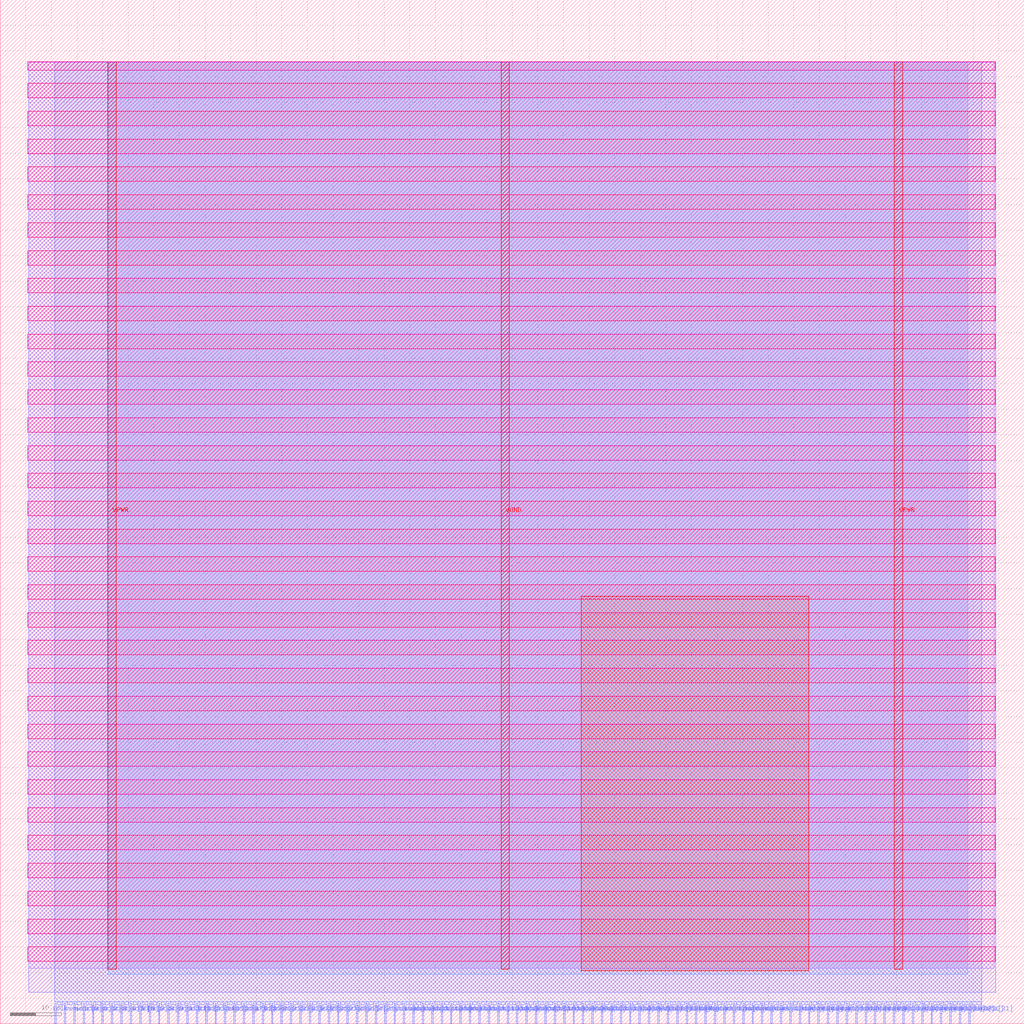
<source format=lef>
VERSION 5.7 ;
  NOWIREEXTENSIONATPIN ON ;
  DIVIDERCHAR "/" ;
  BUSBITCHARS "[]" ;
MACRO cache
  CLASS BLOCK ;
  FOREIGN cache ;
  ORIGIN 0.000 0.000 ;
  SIZE 200.000 BY 200.000 ;
  PIN VGND
    DIRECTION INOUT ;
    USE GROUND ;
    PORT
      LAYER met4 ;
        RECT 97.840 10.640 99.440 187.920 ;
    END
  END VGND
  PIN VPWR
    DIRECTION INOUT ;
    USE POWER ;
    PORT
      LAYER met4 ;
        RECT 21.040 10.640 22.640 187.920 ;
    END
    PORT
      LAYER met4 ;
        RECT 174.640 10.640 176.240 187.920 ;
    END
  END VPWR
  PIN addr[0]
    DIRECTION INPUT ;
    USE SIGNAL ;
    ANTENNAGATEAREA 0.159000 ;
    PORT
      LAYER met2 ;
        RECT 14.350 0.000 14.630 4.000 ;
    END
  END addr[0]
  PIN addr[10]
    DIRECTION INPUT ;
    USE SIGNAL ;
    ANTENNAGATEAREA 0.196500 ;
    PORT
      LAYER met2 ;
        RECT 32.750 0.000 33.030 4.000 ;
    END
  END addr[10]
  PIN addr[11]
    DIRECTION INPUT ;
    USE SIGNAL ;
    ANTENNAGATEAREA 0.196500 ;
    PORT
      LAYER met2 ;
        RECT 34.590 0.000 34.870 4.000 ;
    END
  END addr[11]
  PIN addr[12]
    DIRECTION INPUT ;
    USE SIGNAL ;
    ANTENNAGATEAREA 0.196500 ;
    PORT
      LAYER met2 ;
        RECT 36.430 0.000 36.710 4.000 ;
    END
  END addr[12]
  PIN addr[13]
    DIRECTION INPUT ;
    USE SIGNAL ;
    ANTENNAGATEAREA 0.196500 ;
    PORT
      LAYER met2 ;
        RECT 38.270 0.000 38.550 4.000 ;
    END
  END addr[13]
  PIN addr[14]
    DIRECTION INPUT ;
    USE SIGNAL ;
    ANTENNAGATEAREA 0.196500 ;
    PORT
      LAYER met2 ;
        RECT 40.110 0.000 40.390 4.000 ;
    END
  END addr[14]
  PIN addr[15]
    DIRECTION INPUT ;
    USE SIGNAL ;
    ANTENNAGATEAREA 0.196500 ;
    PORT
      LAYER met2 ;
        RECT 41.950 0.000 42.230 4.000 ;
    END
  END addr[15]
  PIN addr[16]
    DIRECTION INPUT ;
    USE SIGNAL ;
    ANTENNAGATEAREA 0.196500 ;
    PORT
      LAYER met2 ;
        RECT 43.790 0.000 44.070 4.000 ;
    END
  END addr[16]
  PIN addr[17]
    DIRECTION INPUT ;
    USE SIGNAL ;
    ANTENNAGATEAREA 0.196500 ;
    PORT
      LAYER met2 ;
        RECT 45.630 0.000 45.910 4.000 ;
    END
  END addr[17]
  PIN addr[18]
    DIRECTION INPUT ;
    USE SIGNAL ;
    ANTENNAGATEAREA 0.196500 ;
    PORT
      LAYER met2 ;
        RECT 47.470 0.000 47.750 4.000 ;
    END
  END addr[18]
  PIN addr[19]
    DIRECTION INPUT ;
    USE SIGNAL ;
    ANTENNAGATEAREA 0.196500 ;
    PORT
      LAYER met2 ;
        RECT 49.310 0.000 49.590 4.000 ;
    END
  END addr[19]
  PIN addr[1]
    DIRECTION INPUT ;
    USE SIGNAL ;
    ANTENNAGATEAREA 0.196500 ;
    PORT
      LAYER met2 ;
        RECT 16.190 0.000 16.470 4.000 ;
    END
  END addr[1]
  PIN addr[20]
    DIRECTION INPUT ;
    USE SIGNAL ;
    ANTENNAGATEAREA 0.196500 ;
    PORT
      LAYER met2 ;
        RECT 51.150 0.000 51.430 4.000 ;
    END
  END addr[20]
  PIN addr[21]
    DIRECTION INPUT ;
    USE SIGNAL ;
    ANTENNAGATEAREA 0.196500 ;
    PORT
      LAYER met2 ;
        RECT 52.990 0.000 53.270 4.000 ;
    END
  END addr[21]
  PIN addr[22]
    DIRECTION INPUT ;
    USE SIGNAL ;
    ANTENNAGATEAREA 0.196500 ;
    PORT
      LAYER met2 ;
        RECT 54.830 0.000 55.110 4.000 ;
    END
  END addr[22]
  PIN addr[23]
    DIRECTION INPUT ;
    USE SIGNAL ;
    ANTENNAGATEAREA 0.196500 ;
    PORT
      LAYER met2 ;
        RECT 56.670 0.000 56.950 4.000 ;
    END
  END addr[23]
  PIN addr[24]
    DIRECTION INPUT ;
    USE SIGNAL ;
    ANTENNAGATEAREA 0.196500 ;
    PORT
      LAYER met2 ;
        RECT 58.510 0.000 58.790 4.000 ;
    END
  END addr[24]
  PIN addr[25]
    DIRECTION INPUT ;
    USE SIGNAL ;
    ANTENNAGATEAREA 0.196500 ;
    PORT
      LAYER met2 ;
        RECT 60.350 0.000 60.630 4.000 ;
    END
  END addr[25]
  PIN addr[26]
    DIRECTION INPUT ;
    USE SIGNAL ;
    ANTENNAGATEAREA 0.196500 ;
    PORT
      LAYER met2 ;
        RECT 62.190 0.000 62.470 4.000 ;
    END
  END addr[26]
  PIN addr[27]
    DIRECTION INPUT ;
    USE SIGNAL ;
    ANTENNAGATEAREA 0.196500 ;
    PORT
      LAYER met2 ;
        RECT 64.030 0.000 64.310 4.000 ;
    END
  END addr[27]
  PIN addr[28]
    DIRECTION INPUT ;
    USE SIGNAL ;
    ANTENNAGATEAREA 0.196500 ;
    PORT
      LAYER met2 ;
        RECT 65.870 0.000 66.150 4.000 ;
    END
  END addr[28]
  PIN addr[29]
    DIRECTION INPUT ;
    USE SIGNAL ;
    ANTENNAGATEAREA 0.196500 ;
    PORT
      LAYER met2 ;
        RECT 67.710 0.000 67.990 4.000 ;
    END
  END addr[29]
  PIN addr[2]
    DIRECTION INPUT ;
    USE SIGNAL ;
    ANTENNAGATEAREA 0.196500 ;
    PORT
      LAYER met2 ;
        RECT 18.030 0.000 18.310 4.000 ;
    END
  END addr[2]
  PIN addr[30]
    DIRECTION INPUT ;
    USE SIGNAL ;
    ANTENNAGATEAREA 0.196500 ;
    PORT
      LAYER met2 ;
        RECT 69.550 0.000 69.830 4.000 ;
    END
  END addr[30]
  PIN addr[31]
    DIRECTION INPUT ;
    USE SIGNAL ;
    ANTENNAGATEAREA 0.196500 ;
    PORT
      LAYER met2 ;
        RECT 71.390 0.000 71.670 4.000 ;
    END
  END addr[31]
  PIN addr[3]
    DIRECTION INPUT ;
    USE SIGNAL ;
    ANTENNAGATEAREA 0.196500 ;
    PORT
      LAYER met2 ;
        RECT 19.870 0.000 20.150 4.000 ;
    END
  END addr[3]
  PIN addr[4]
    DIRECTION INPUT ;
    USE SIGNAL ;
    ANTENNAGATEAREA 0.196500 ;
    PORT
      LAYER met2 ;
        RECT 21.710 0.000 21.990 4.000 ;
    END
  END addr[4]
  PIN addr[5]
    DIRECTION INPUT ;
    USE SIGNAL ;
    ANTENNAGATEAREA 0.196500 ;
    PORT
      LAYER met2 ;
        RECT 23.550 0.000 23.830 4.000 ;
    END
  END addr[5]
  PIN addr[6]
    DIRECTION INPUT ;
    USE SIGNAL ;
    ANTENNAGATEAREA 0.196500 ;
    PORT
      LAYER met2 ;
        RECT 25.390 0.000 25.670 4.000 ;
    END
  END addr[6]
  PIN addr[7]
    DIRECTION INPUT ;
    USE SIGNAL ;
    ANTENNAGATEAREA 0.196500 ;
    PORT
      LAYER met2 ;
        RECT 27.230 0.000 27.510 4.000 ;
    END
  END addr[7]
  PIN addr[8]
    DIRECTION INPUT ;
    USE SIGNAL ;
    ANTENNAGATEAREA 0.196500 ;
    PORT
      LAYER met2 ;
        RECT 29.070 0.000 29.350 4.000 ;
    END
  END addr[8]
  PIN addr[9]
    DIRECTION INPUT ;
    USE SIGNAL ;
    ANTENNAGATEAREA 0.196500 ;
    PORT
      LAYER met2 ;
        RECT 30.910 0.000 31.190 4.000 ;
    END
  END addr[9]
  PIN clk
    DIRECTION INPUT ;
    USE SIGNAL ;
    ANTENNAGATEAREA 0.852000 ;
    PORT
      LAYER met2 ;
        RECT 10.670 0.000 10.950 4.000 ;
    END
  END clk
  PIN memdata[0]
    DIRECTION OUTPUT TRISTATE ;
    USE SIGNAL ;
    ANTENNADIFFAREA 0.795200 ;
    PORT
      LAYER met2 ;
        RECT 132.110 0.000 132.390 4.000 ;
    END
  END memdata[0]
  PIN memdata[10]
    DIRECTION OUTPUT TRISTATE ;
    USE SIGNAL ;
    ANTENNADIFFAREA 0.795200 ;
    PORT
      LAYER met2 ;
        RECT 150.510 0.000 150.790 4.000 ;
    END
  END memdata[10]
  PIN memdata[11]
    DIRECTION OUTPUT TRISTATE ;
    USE SIGNAL ;
    ANTENNADIFFAREA 0.795200 ;
    PORT
      LAYER met2 ;
        RECT 152.350 0.000 152.630 4.000 ;
    END
  END memdata[11]
  PIN memdata[12]
    DIRECTION OUTPUT TRISTATE ;
    USE SIGNAL ;
    ANTENNADIFFAREA 0.795200 ;
    PORT
      LAYER met2 ;
        RECT 154.190 0.000 154.470 4.000 ;
    END
  END memdata[12]
  PIN memdata[13]
    DIRECTION OUTPUT TRISTATE ;
    USE SIGNAL ;
    ANTENNADIFFAREA 0.795200 ;
    PORT
      LAYER met2 ;
        RECT 156.030 0.000 156.310 4.000 ;
    END
  END memdata[13]
  PIN memdata[14]
    DIRECTION OUTPUT TRISTATE ;
    USE SIGNAL ;
    ANTENNADIFFAREA 0.795200 ;
    PORT
      LAYER met2 ;
        RECT 157.870 0.000 158.150 4.000 ;
    END
  END memdata[14]
  PIN memdata[15]
    DIRECTION OUTPUT TRISTATE ;
    USE SIGNAL ;
    ANTENNADIFFAREA 0.795200 ;
    PORT
      LAYER met2 ;
        RECT 159.710 0.000 159.990 4.000 ;
    END
  END memdata[15]
  PIN memdata[16]
    DIRECTION OUTPUT TRISTATE ;
    USE SIGNAL ;
    ANTENNADIFFAREA 0.795200 ;
    PORT
      LAYER met2 ;
        RECT 161.550 0.000 161.830 4.000 ;
    END
  END memdata[16]
  PIN memdata[17]
    DIRECTION OUTPUT TRISTATE ;
    USE SIGNAL ;
    ANTENNADIFFAREA 0.795200 ;
    PORT
      LAYER met2 ;
        RECT 163.390 0.000 163.670 4.000 ;
    END
  END memdata[17]
  PIN memdata[18]
    DIRECTION OUTPUT TRISTATE ;
    USE SIGNAL ;
    ANTENNADIFFAREA 0.795200 ;
    PORT
      LAYER met2 ;
        RECT 165.230 0.000 165.510 4.000 ;
    END
  END memdata[18]
  PIN memdata[19]
    DIRECTION OUTPUT TRISTATE ;
    USE SIGNAL ;
    ANTENNADIFFAREA 0.795200 ;
    PORT
      LAYER met2 ;
        RECT 167.070 0.000 167.350 4.000 ;
    END
  END memdata[19]
  PIN memdata[1]
    DIRECTION OUTPUT TRISTATE ;
    USE SIGNAL ;
    ANTENNADIFFAREA 0.795200 ;
    PORT
      LAYER met2 ;
        RECT 133.950 0.000 134.230 4.000 ;
    END
  END memdata[1]
  PIN memdata[20]
    DIRECTION OUTPUT TRISTATE ;
    USE SIGNAL ;
    ANTENNADIFFAREA 0.795200 ;
    PORT
      LAYER met2 ;
        RECT 168.910 0.000 169.190 4.000 ;
    END
  END memdata[20]
  PIN memdata[21]
    DIRECTION OUTPUT TRISTATE ;
    USE SIGNAL ;
    ANTENNADIFFAREA 0.795200 ;
    PORT
      LAYER met2 ;
        RECT 170.750 0.000 171.030 4.000 ;
    END
  END memdata[21]
  PIN memdata[22]
    DIRECTION OUTPUT TRISTATE ;
    USE SIGNAL ;
    ANTENNADIFFAREA 0.795200 ;
    PORT
      LAYER met2 ;
        RECT 172.590 0.000 172.870 4.000 ;
    END
  END memdata[22]
  PIN memdata[23]
    DIRECTION OUTPUT TRISTATE ;
    USE SIGNAL ;
    ANTENNADIFFAREA 0.795200 ;
    PORT
      LAYER met2 ;
        RECT 174.430 0.000 174.710 4.000 ;
    END
  END memdata[23]
  PIN memdata[24]
    DIRECTION OUTPUT TRISTATE ;
    USE SIGNAL ;
    ANTENNADIFFAREA 0.795200 ;
    PORT
      LAYER met2 ;
        RECT 176.270 0.000 176.550 4.000 ;
    END
  END memdata[24]
  PIN memdata[25]
    DIRECTION OUTPUT TRISTATE ;
    USE SIGNAL ;
    ANTENNADIFFAREA 0.795200 ;
    PORT
      LAYER met2 ;
        RECT 178.110 0.000 178.390 4.000 ;
    END
  END memdata[25]
  PIN memdata[26]
    DIRECTION OUTPUT TRISTATE ;
    USE SIGNAL ;
    ANTENNADIFFAREA 0.795200 ;
    PORT
      LAYER met2 ;
        RECT 179.950 0.000 180.230 4.000 ;
    END
  END memdata[26]
  PIN memdata[27]
    DIRECTION OUTPUT TRISTATE ;
    USE SIGNAL ;
    ANTENNADIFFAREA 0.795200 ;
    PORT
      LAYER met2 ;
        RECT 181.790 0.000 182.070 4.000 ;
    END
  END memdata[27]
  PIN memdata[28]
    DIRECTION OUTPUT TRISTATE ;
    USE SIGNAL ;
    ANTENNADIFFAREA 0.795200 ;
    PORT
      LAYER met2 ;
        RECT 183.630 0.000 183.910 4.000 ;
    END
  END memdata[28]
  PIN memdata[29]
    DIRECTION OUTPUT TRISTATE ;
    USE SIGNAL ;
    ANTENNADIFFAREA 0.795200 ;
    PORT
      LAYER met2 ;
        RECT 185.470 0.000 185.750 4.000 ;
    END
  END memdata[29]
  PIN memdata[2]
    DIRECTION OUTPUT TRISTATE ;
    USE SIGNAL ;
    ANTENNADIFFAREA 0.795200 ;
    PORT
      LAYER met2 ;
        RECT 135.790 0.000 136.070 4.000 ;
    END
  END memdata[2]
  PIN memdata[30]
    DIRECTION OUTPUT TRISTATE ;
    USE SIGNAL ;
    ANTENNADIFFAREA 0.795200 ;
    PORT
      LAYER met2 ;
        RECT 187.310 0.000 187.590 4.000 ;
    END
  END memdata[30]
  PIN memdata[31]
    DIRECTION OUTPUT TRISTATE ;
    USE SIGNAL ;
    ANTENNADIFFAREA 0.795200 ;
    PORT
      LAYER met2 ;
        RECT 189.150 0.000 189.430 4.000 ;
    END
  END memdata[31]
  PIN memdata[3]
    DIRECTION OUTPUT TRISTATE ;
    USE SIGNAL ;
    ANTENNADIFFAREA 0.795200 ;
    PORT
      LAYER met2 ;
        RECT 137.630 0.000 137.910 4.000 ;
    END
  END memdata[3]
  PIN memdata[4]
    DIRECTION OUTPUT TRISTATE ;
    USE SIGNAL ;
    ANTENNADIFFAREA 0.795200 ;
    PORT
      LAYER met2 ;
        RECT 139.470 0.000 139.750 4.000 ;
    END
  END memdata[4]
  PIN memdata[5]
    DIRECTION OUTPUT TRISTATE ;
    USE SIGNAL ;
    ANTENNADIFFAREA 0.795200 ;
    PORT
      LAYER met2 ;
        RECT 141.310 0.000 141.590 4.000 ;
    END
  END memdata[5]
  PIN memdata[6]
    DIRECTION OUTPUT TRISTATE ;
    USE SIGNAL ;
    ANTENNADIFFAREA 0.795200 ;
    PORT
      LAYER met2 ;
        RECT 143.150 0.000 143.430 4.000 ;
    END
  END memdata[6]
  PIN memdata[7]
    DIRECTION OUTPUT TRISTATE ;
    USE SIGNAL ;
    ANTENNADIFFAREA 0.795200 ;
    PORT
      LAYER met2 ;
        RECT 144.990 0.000 145.270 4.000 ;
    END
  END memdata[7]
  PIN memdata[8]
    DIRECTION OUTPUT TRISTATE ;
    USE SIGNAL ;
    ANTENNADIFFAREA 0.795200 ;
    PORT
      LAYER met2 ;
        RECT 146.830 0.000 147.110 4.000 ;
    END
  END memdata[8]
  PIN memdata[9]
    DIRECTION OUTPUT TRISTATE ;
    USE SIGNAL ;
    ANTENNADIFFAREA 0.795200 ;
    PORT
      LAYER met2 ;
        RECT 148.670 0.000 148.950 4.000 ;
    END
  END memdata[9]
  PIN memwrite
    DIRECTION INPUT ;
    USE SIGNAL ;
    ANTENNAGATEAREA 0.196500 ;
    PORT
      LAYER met2 ;
        RECT 12.510 0.000 12.790 4.000 ;
    END
  END memwrite
  PIN writedata[0]
    DIRECTION INPUT ;
    USE SIGNAL ;
    ANTENNAGATEAREA 0.196500 ;
    PORT
      LAYER met2 ;
        RECT 73.230 0.000 73.510 4.000 ;
    END
  END writedata[0]
  PIN writedata[10]
    DIRECTION INPUT ;
    USE SIGNAL ;
    ANTENNAGATEAREA 0.196500 ;
    PORT
      LAYER met2 ;
        RECT 91.630 0.000 91.910 4.000 ;
    END
  END writedata[10]
  PIN writedata[11]
    DIRECTION INPUT ;
    USE SIGNAL ;
    ANTENNAGATEAREA 0.196500 ;
    PORT
      LAYER met2 ;
        RECT 93.470 0.000 93.750 4.000 ;
    END
  END writedata[11]
  PIN writedata[12]
    DIRECTION INPUT ;
    USE SIGNAL ;
    ANTENNAGATEAREA 0.196500 ;
    PORT
      LAYER met2 ;
        RECT 95.310 0.000 95.590 4.000 ;
    END
  END writedata[12]
  PIN writedata[13]
    DIRECTION INPUT ;
    USE SIGNAL ;
    ANTENNAGATEAREA 0.196500 ;
    PORT
      LAYER met2 ;
        RECT 97.150 0.000 97.430 4.000 ;
    END
  END writedata[13]
  PIN writedata[14]
    DIRECTION INPUT ;
    USE SIGNAL ;
    ANTENNAGATEAREA 0.196500 ;
    PORT
      LAYER met2 ;
        RECT 98.990 0.000 99.270 4.000 ;
    END
  END writedata[14]
  PIN writedata[15]
    DIRECTION INPUT ;
    USE SIGNAL ;
    ANTENNAGATEAREA 0.196500 ;
    PORT
      LAYER met2 ;
        RECT 100.830 0.000 101.110 4.000 ;
    END
  END writedata[15]
  PIN writedata[16]
    DIRECTION INPUT ;
    USE SIGNAL ;
    ANTENNAGATEAREA 0.196500 ;
    PORT
      LAYER met2 ;
        RECT 102.670 0.000 102.950 4.000 ;
    END
  END writedata[16]
  PIN writedata[17]
    DIRECTION INPUT ;
    USE SIGNAL ;
    ANTENNAGATEAREA 0.196500 ;
    PORT
      LAYER met2 ;
        RECT 104.510 0.000 104.790 4.000 ;
    END
  END writedata[17]
  PIN writedata[18]
    DIRECTION INPUT ;
    USE SIGNAL ;
    ANTENNAGATEAREA 0.196500 ;
    PORT
      LAYER met2 ;
        RECT 106.350 0.000 106.630 4.000 ;
    END
  END writedata[18]
  PIN writedata[19]
    DIRECTION INPUT ;
    USE SIGNAL ;
    ANTENNAGATEAREA 0.196500 ;
    PORT
      LAYER met2 ;
        RECT 108.190 0.000 108.470 4.000 ;
    END
  END writedata[19]
  PIN writedata[1]
    DIRECTION INPUT ;
    USE SIGNAL ;
    ANTENNAGATEAREA 0.196500 ;
    PORT
      LAYER met2 ;
        RECT 75.070 0.000 75.350 4.000 ;
    END
  END writedata[1]
  PIN writedata[20]
    DIRECTION INPUT ;
    USE SIGNAL ;
    ANTENNAGATEAREA 0.196500 ;
    PORT
      LAYER met2 ;
        RECT 110.030 0.000 110.310 4.000 ;
    END
  END writedata[20]
  PIN writedata[21]
    DIRECTION INPUT ;
    USE SIGNAL ;
    ANTENNAGATEAREA 0.196500 ;
    PORT
      LAYER met2 ;
        RECT 111.870 0.000 112.150 4.000 ;
    END
  END writedata[21]
  PIN writedata[22]
    DIRECTION INPUT ;
    USE SIGNAL ;
    ANTENNAGATEAREA 0.196500 ;
    PORT
      LAYER met2 ;
        RECT 113.710 0.000 113.990 4.000 ;
    END
  END writedata[22]
  PIN writedata[23]
    DIRECTION INPUT ;
    USE SIGNAL ;
    ANTENNAGATEAREA 0.196500 ;
    PORT
      LAYER met2 ;
        RECT 115.550 0.000 115.830 4.000 ;
    END
  END writedata[23]
  PIN writedata[24]
    DIRECTION INPUT ;
    USE SIGNAL ;
    ANTENNAGATEAREA 0.196500 ;
    PORT
      LAYER met2 ;
        RECT 117.390 0.000 117.670 4.000 ;
    END
  END writedata[24]
  PIN writedata[25]
    DIRECTION INPUT ;
    USE SIGNAL ;
    ANTENNAGATEAREA 0.196500 ;
    PORT
      LAYER met2 ;
        RECT 119.230 0.000 119.510 4.000 ;
    END
  END writedata[25]
  PIN writedata[26]
    DIRECTION INPUT ;
    USE SIGNAL ;
    ANTENNAGATEAREA 0.196500 ;
    PORT
      LAYER met2 ;
        RECT 121.070 0.000 121.350 4.000 ;
    END
  END writedata[26]
  PIN writedata[27]
    DIRECTION INPUT ;
    USE SIGNAL ;
    ANTENNAGATEAREA 0.196500 ;
    PORT
      LAYER met2 ;
        RECT 122.910 0.000 123.190 4.000 ;
    END
  END writedata[27]
  PIN writedata[28]
    DIRECTION INPUT ;
    USE SIGNAL ;
    ANTENNAGATEAREA 0.196500 ;
    PORT
      LAYER met2 ;
        RECT 124.750 0.000 125.030 4.000 ;
    END
  END writedata[28]
  PIN writedata[29]
    DIRECTION INPUT ;
    USE SIGNAL ;
    ANTENNAGATEAREA 0.196500 ;
    PORT
      LAYER met2 ;
        RECT 126.590 0.000 126.870 4.000 ;
    END
  END writedata[29]
  PIN writedata[2]
    DIRECTION INPUT ;
    USE SIGNAL ;
    ANTENNAGATEAREA 0.196500 ;
    PORT
      LAYER met2 ;
        RECT 76.910 0.000 77.190 4.000 ;
    END
  END writedata[2]
  PIN writedata[30]
    DIRECTION INPUT ;
    USE SIGNAL ;
    ANTENNAGATEAREA 0.196500 ;
    PORT
      LAYER met2 ;
        RECT 128.430 0.000 128.710 4.000 ;
    END
  END writedata[30]
  PIN writedata[31]
    DIRECTION INPUT ;
    USE SIGNAL ;
    ANTENNAGATEAREA 0.196500 ;
    PORT
      LAYER met2 ;
        RECT 130.270 0.000 130.550 4.000 ;
    END
  END writedata[31]
  PIN writedata[3]
    DIRECTION INPUT ;
    USE SIGNAL ;
    ANTENNAGATEAREA 0.196500 ;
    PORT
      LAYER met2 ;
        RECT 78.750 0.000 79.030 4.000 ;
    END
  END writedata[3]
  PIN writedata[4]
    DIRECTION INPUT ;
    USE SIGNAL ;
    ANTENNAGATEAREA 0.196500 ;
    PORT
      LAYER met2 ;
        RECT 80.590 0.000 80.870 4.000 ;
    END
  END writedata[4]
  PIN writedata[5]
    DIRECTION INPUT ;
    USE SIGNAL ;
    ANTENNAGATEAREA 0.196500 ;
    PORT
      LAYER met2 ;
        RECT 82.430 0.000 82.710 4.000 ;
    END
  END writedata[5]
  PIN writedata[6]
    DIRECTION INPUT ;
    USE SIGNAL ;
    ANTENNAGATEAREA 0.196500 ;
    PORT
      LAYER met2 ;
        RECT 84.270 0.000 84.550 4.000 ;
    END
  END writedata[6]
  PIN writedata[7]
    DIRECTION INPUT ;
    USE SIGNAL ;
    ANTENNAGATEAREA 0.196500 ;
    PORT
      LAYER met2 ;
        RECT 86.110 0.000 86.390 4.000 ;
    END
  END writedata[7]
  PIN writedata[8]
    DIRECTION INPUT ;
    USE SIGNAL ;
    ANTENNAGATEAREA 0.196500 ;
    PORT
      LAYER met2 ;
        RECT 87.950 0.000 88.230 4.000 ;
    END
  END writedata[8]
  PIN writedata[9]
    DIRECTION INPUT ;
    USE SIGNAL ;
    ANTENNAGATEAREA 0.196500 ;
    PORT
      LAYER met2 ;
        RECT 89.790 0.000 90.070 4.000 ;
    END
  END writedata[9]
  OBS
      LAYER nwell ;
        RECT 5.330 186.265 194.310 187.870 ;
        RECT 5.330 180.825 194.310 183.655 ;
        RECT 5.330 175.385 194.310 178.215 ;
        RECT 5.330 169.945 194.310 172.775 ;
        RECT 5.330 164.505 194.310 167.335 ;
        RECT 5.330 159.065 194.310 161.895 ;
        RECT 5.330 153.625 194.310 156.455 ;
        RECT 5.330 148.185 194.310 151.015 ;
        RECT 5.330 142.745 194.310 145.575 ;
        RECT 5.330 137.305 194.310 140.135 ;
        RECT 5.330 131.865 194.310 134.695 ;
        RECT 5.330 126.425 194.310 129.255 ;
        RECT 5.330 120.985 194.310 123.815 ;
        RECT 5.330 115.545 194.310 118.375 ;
        RECT 5.330 110.105 194.310 112.935 ;
        RECT 5.330 104.665 194.310 107.495 ;
        RECT 5.330 99.225 194.310 102.055 ;
        RECT 5.330 93.785 194.310 96.615 ;
        RECT 5.330 88.345 194.310 91.175 ;
        RECT 5.330 82.905 194.310 85.735 ;
        RECT 5.330 77.465 194.310 80.295 ;
        RECT 5.330 72.025 194.310 74.855 ;
        RECT 5.330 66.585 194.310 69.415 ;
        RECT 5.330 61.145 194.310 63.975 ;
        RECT 5.330 55.705 194.310 58.535 ;
        RECT 5.330 50.265 194.310 53.095 ;
        RECT 5.330 44.825 194.310 47.655 ;
        RECT 5.330 39.385 194.310 42.215 ;
        RECT 5.330 33.945 194.310 36.775 ;
        RECT 5.330 28.505 194.310 31.335 ;
        RECT 5.330 23.065 194.310 25.895 ;
        RECT 5.330 17.625 194.310 20.455 ;
        RECT 5.330 12.185 194.310 15.015 ;
      LAYER li1 ;
        RECT 5.520 10.795 194.120 187.765 ;
      LAYER met1 ;
        RECT 5.520 6.160 194.420 187.920 ;
      LAYER met2 ;
        RECT 10.680 4.280 191.720 187.865 ;
        RECT 11.230 3.670 12.230 4.280 ;
        RECT 13.070 3.670 14.070 4.280 ;
        RECT 14.910 3.670 15.910 4.280 ;
        RECT 16.750 3.670 17.750 4.280 ;
        RECT 18.590 3.670 19.590 4.280 ;
        RECT 20.430 3.670 21.430 4.280 ;
        RECT 22.270 3.670 23.270 4.280 ;
        RECT 24.110 3.670 25.110 4.280 ;
        RECT 25.950 3.670 26.950 4.280 ;
        RECT 27.790 3.670 28.790 4.280 ;
        RECT 29.630 3.670 30.630 4.280 ;
        RECT 31.470 3.670 32.470 4.280 ;
        RECT 33.310 3.670 34.310 4.280 ;
        RECT 35.150 3.670 36.150 4.280 ;
        RECT 36.990 3.670 37.990 4.280 ;
        RECT 38.830 3.670 39.830 4.280 ;
        RECT 40.670 3.670 41.670 4.280 ;
        RECT 42.510 3.670 43.510 4.280 ;
        RECT 44.350 3.670 45.350 4.280 ;
        RECT 46.190 3.670 47.190 4.280 ;
        RECT 48.030 3.670 49.030 4.280 ;
        RECT 49.870 3.670 50.870 4.280 ;
        RECT 51.710 3.670 52.710 4.280 ;
        RECT 53.550 3.670 54.550 4.280 ;
        RECT 55.390 3.670 56.390 4.280 ;
        RECT 57.230 3.670 58.230 4.280 ;
        RECT 59.070 3.670 60.070 4.280 ;
        RECT 60.910 3.670 61.910 4.280 ;
        RECT 62.750 3.670 63.750 4.280 ;
        RECT 64.590 3.670 65.590 4.280 ;
        RECT 66.430 3.670 67.430 4.280 ;
        RECT 68.270 3.670 69.270 4.280 ;
        RECT 70.110 3.670 71.110 4.280 ;
        RECT 71.950 3.670 72.950 4.280 ;
        RECT 73.790 3.670 74.790 4.280 ;
        RECT 75.630 3.670 76.630 4.280 ;
        RECT 77.470 3.670 78.470 4.280 ;
        RECT 79.310 3.670 80.310 4.280 ;
        RECT 81.150 3.670 82.150 4.280 ;
        RECT 82.990 3.670 83.990 4.280 ;
        RECT 84.830 3.670 85.830 4.280 ;
        RECT 86.670 3.670 87.670 4.280 ;
        RECT 88.510 3.670 89.510 4.280 ;
        RECT 90.350 3.670 91.350 4.280 ;
        RECT 92.190 3.670 93.190 4.280 ;
        RECT 94.030 3.670 95.030 4.280 ;
        RECT 95.870 3.670 96.870 4.280 ;
        RECT 97.710 3.670 98.710 4.280 ;
        RECT 99.550 3.670 100.550 4.280 ;
        RECT 101.390 3.670 102.390 4.280 ;
        RECT 103.230 3.670 104.230 4.280 ;
        RECT 105.070 3.670 106.070 4.280 ;
        RECT 106.910 3.670 107.910 4.280 ;
        RECT 108.750 3.670 109.750 4.280 ;
        RECT 110.590 3.670 111.590 4.280 ;
        RECT 112.430 3.670 113.430 4.280 ;
        RECT 114.270 3.670 115.270 4.280 ;
        RECT 116.110 3.670 117.110 4.280 ;
        RECT 117.950 3.670 118.950 4.280 ;
        RECT 119.790 3.670 120.790 4.280 ;
        RECT 121.630 3.670 122.630 4.280 ;
        RECT 123.470 3.670 124.470 4.280 ;
        RECT 125.310 3.670 126.310 4.280 ;
        RECT 127.150 3.670 128.150 4.280 ;
        RECT 128.990 3.670 129.990 4.280 ;
        RECT 130.830 3.670 131.830 4.280 ;
        RECT 132.670 3.670 133.670 4.280 ;
        RECT 134.510 3.670 135.510 4.280 ;
        RECT 136.350 3.670 137.350 4.280 ;
        RECT 138.190 3.670 139.190 4.280 ;
        RECT 140.030 3.670 141.030 4.280 ;
        RECT 141.870 3.670 142.870 4.280 ;
        RECT 143.710 3.670 144.710 4.280 ;
        RECT 145.550 3.670 146.550 4.280 ;
        RECT 147.390 3.670 148.390 4.280 ;
        RECT 149.230 3.670 150.230 4.280 ;
        RECT 151.070 3.670 152.070 4.280 ;
        RECT 152.910 3.670 153.910 4.280 ;
        RECT 154.750 3.670 155.750 4.280 ;
        RECT 156.590 3.670 157.590 4.280 ;
        RECT 158.430 3.670 159.430 4.280 ;
        RECT 160.270 3.670 161.270 4.280 ;
        RECT 162.110 3.670 163.110 4.280 ;
        RECT 163.950 3.670 164.950 4.280 ;
        RECT 165.790 3.670 166.790 4.280 ;
        RECT 167.630 3.670 168.630 4.280 ;
        RECT 169.470 3.670 170.470 4.280 ;
        RECT 171.310 3.670 172.310 4.280 ;
        RECT 173.150 3.670 174.150 4.280 ;
        RECT 174.990 3.670 175.990 4.280 ;
        RECT 176.830 3.670 177.830 4.280 ;
        RECT 178.670 3.670 179.670 4.280 ;
        RECT 180.510 3.670 181.510 4.280 ;
        RECT 182.350 3.670 183.350 4.280 ;
        RECT 184.190 3.670 185.190 4.280 ;
        RECT 186.030 3.670 187.030 4.280 ;
        RECT 187.870 3.670 188.870 4.280 ;
        RECT 189.710 3.670 191.720 4.280 ;
      LAYER met3 ;
        RECT 21.050 9.695 188.995 187.845 ;
      LAYER met4 ;
        RECT 113.455 10.375 157.945 83.465 ;
  END
END cache
END LIBRARY


</source>
